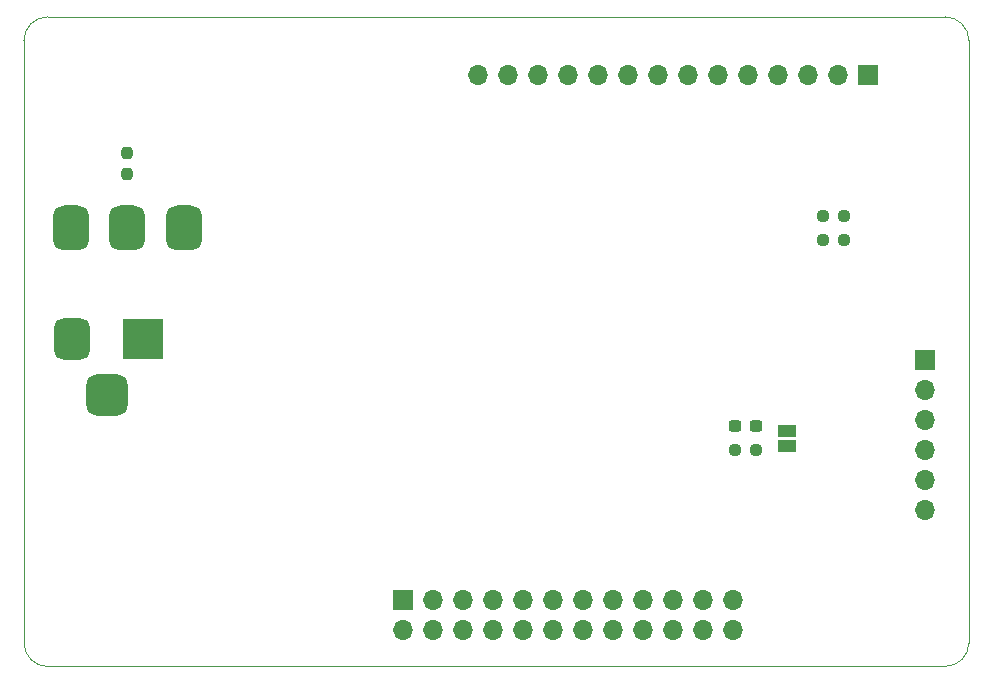
<source format=gbr>
%TF.GenerationSoftware,KiCad,Pcbnew,(5.99.0-10407-g1e8b23402c)*%
%TF.CreationDate,2021-04-27T17:36:10+08:00*%
%TF.ProjectId,PIC32MX150,50494333-324d-4583-9135-302e6b696361,rev?*%
%TF.SameCoordinates,Original*%
%TF.FileFunction,Soldermask,Bot*%
%TF.FilePolarity,Negative*%
%FSLAX46Y46*%
G04 Gerber Fmt 4.6, Leading zero omitted, Abs format (unit mm)*
G04 Created by KiCad (PCBNEW (5.99.0-10407-g1e8b23402c)) date 2021-04-27 17:36:10*
%MOMM*%
%LPD*%
G01*
G04 APERTURE LIST*
G04 Aperture macros list*
%AMRoundRect*
0 Rectangle with rounded corners*
0 $1 Rounding radius*
0 $2 $3 $4 $5 $6 $7 $8 $9 X,Y pos of 4 corners*
0 Add a 4 corners polygon primitive as box body*
4,1,4,$2,$3,$4,$5,$6,$7,$8,$9,$2,$3,0*
0 Add four circle primitives for the rounded corners*
1,1,$1+$1,$2,$3*
1,1,$1+$1,$4,$5*
1,1,$1+$1,$6,$7*
1,1,$1+$1,$8,$9*
0 Add four rect primitives between the rounded corners*
20,1,$1+$1,$2,$3,$4,$5,0*
20,1,$1+$1,$4,$5,$6,$7,0*
20,1,$1+$1,$6,$7,$8,$9,0*
20,1,$1+$1,$8,$9,$2,$3,0*%
G04 Aperture macros list end*
%TA.AperFunction,Profile*%
%ADD10C,0.050000*%
%TD*%
%ADD11R,1.700000X1.700000*%
%ADD12O,1.700000X1.700000*%
%ADD13RoundRect,0.914400X-0.609600X-0.990600X0.609600X-0.990600X0.609600X0.990600X-0.609600X0.990600X0*%
%ADD14R,3.500000X3.500000*%
%ADD15RoundRect,0.750000X-0.750000X-1.000000X0.750000X-1.000000X0.750000X1.000000X-0.750000X1.000000X0*%
%ADD16RoundRect,0.875000X-0.875000X-0.875000X0.875000X-0.875000X0.875000X0.875000X-0.875000X0.875000X0*%
%ADD17RoundRect,0.237500X0.300000X0.237500X-0.300000X0.237500X-0.300000X-0.237500X0.300000X-0.237500X0*%
%ADD18RoundRect,0.237500X-0.250000X-0.237500X0.250000X-0.237500X0.250000X0.237500X-0.250000X0.237500X0*%
%ADD19R,1.500000X1.000000*%
%ADD20RoundRect,0.237500X0.237500X-0.250000X0.237500X0.250000X-0.237500X0.250000X-0.237500X-0.250000X0*%
%ADD21RoundRect,0.237500X0.250000X0.237500X-0.250000X0.237500X-0.250000X-0.237500X0.250000X-0.237500X0*%
G04 APERTURE END LIST*
D10*
X118000000Y-40000000D02*
G75*
G02*
X120000000Y-42000000I0J-2000000D01*
G01*
X42000000Y-95000000D02*
G75*
G02*
X40000000Y-93000000I0J2000000D01*
G01*
X120000000Y-93000000D02*
G75*
G02*
X118000000Y-95000000I-2000000J0D01*
G01*
X42000000Y-95000000D02*
X118000000Y-95000000D01*
X40000000Y-42000000D02*
X40000000Y-93000000D01*
X40000000Y-42000000D02*
G75*
G02*
X42000000Y-40000000I2000000J0D01*
G01*
X118000000Y-40000000D02*
X42000000Y-40000000D01*
X120000000Y-93000000D02*
X120000000Y-42000000D01*
D11*
%TO.C,J1*%
X72136000Y-89408000D03*
D12*
X72136000Y-91948000D03*
X74676000Y-89408000D03*
X74676000Y-91948000D03*
X77216000Y-89408000D03*
X77216000Y-91948000D03*
X79756000Y-89408000D03*
X79756000Y-91948000D03*
X82296000Y-89408000D03*
X82296000Y-91948000D03*
X84836000Y-89408000D03*
X84836000Y-91948000D03*
X87376000Y-89408000D03*
X87376000Y-91948000D03*
X89916000Y-89408000D03*
X89916000Y-91948000D03*
X92456000Y-89408000D03*
X92456000Y-91948000D03*
X94996000Y-89408000D03*
X94996000Y-91948000D03*
X97536000Y-89408000D03*
X97536000Y-91948000D03*
X100076000Y-89408000D03*
X100076000Y-91948000D03*
%TD*%
D11*
%TO.C,J4*%
X116332000Y-69088000D03*
D12*
X116332000Y-71628000D03*
X116332000Y-74168000D03*
X116332000Y-76708000D03*
X116332000Y-79248000D03*
X116332000Y-81788000D03*
%TD*%
D11*
%TO.C,J5*%
X111506000Y-44958000D03*
D12*
X108966000Y-44958000D03*
X106426000Y-44958000D03*
X103886000Y-44958000D03*
X101346000Y-44958000D03*
X98806000Y-44958000D03*
X96266000Y-44958000D03*
X93726000Y-44958000D03*
X91186000Y-44958000D03*
X88646000Y-44958000D03*
X86106000Y-44958000D03*
X83566000Y-44958000D03*
X81026000Y-44958000D03*
X78486000Y-44958000D03*
%TD*%
D13*
%TO.C,SW2*%
X44005500Y-57912000D03*
X48768000Y-57912000D03*
X53530500Y-57912000D03*
%TD*%
D14*
%TO.C,J3*%
X50069000Y-67310000D03*
D15*
X44069000Y-67310000D03*
D16*
X47069000Y-72010000D03*
%TD*%
D17*
%TO.C,C7*%
X101954500Y-74676000D03*
X100229500Y-74676000D03*
%TD*%
D18*
%TO.C,R1*%
X100179500Y-76708000D03*
X102004500Y-76708000D03*
%TD*%
D19*
%TO.C,JP1*%
X104648000Y-76342000D03*
X104648000Y-75042000D03*
%TD*%
D20*
%TO.C,R7*%
X48768000Y-53340000D03*
X48768000Y-51515000D03*
%TD*%
D21*
%TO.C,R6*%
X109474000Y-56896000D03*
X107649000Y-56896000D03*
%TD*%
%TO.C,R8*%
X109474000Y-58928000D03*
X107649000Y-58928000D03*
%TD*%
M02*

</source>
